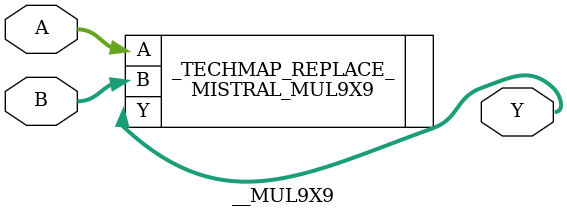
<source format=v>

`default_nettype none

module __MUL27X27(A, B, Y);

parameter A_SIGNED = 1;
parameter B_SIGNED = 1;
parameter A_WIDTH = 27;
parameter B_WIDTH = 27;
parameter Y_WIDTH = 54;

input [A_WIDTH-1:0] A;
input [B_WIDTH-1:0] B;
output [Y_WIDTH-1:0] Y;

MISTRAL_MUL27X27 _TECHMAP_REPLACE_ (.A(A), .B(B), .Y(Y));

endmodule


module __MUL18X18(A, B, Y);

parameter A_SIGNED = 1;
parameter B_SIGNED = 1;
parameter A_WIDTH = 18;
parameter B_WIDTH = 18;
parameter Y_WIDTH = 36;

input [A_WIDTH-1:0] A;
input [B_WIDTH-1:0] B;
output [Y_WIDTH-1:0] Y;

MISTRAL_MUL18X18 _TECHMAP_REPLACE_ (.A(A), .B(B), .Y(Y));

endmodule


module __MUL9X9(A, B, Y);

parameter A_SIGNED = 1;
parameter B_SIGNED = 1;
parameter A_WIDTH = 9;
parameter B_WIDTH = 9;
parameter Y_WIDTH = 18;

input [A_WIDTH-1:0] A;
input [B_WIDTH-1:0] B;
output [Y_WIDTH-1:0] Y;

MISTRAL_MUL9X9 _TECHMAP_REPLACE_ (.A(A), .B(B), .Y(Y));

endmodule

</source>
